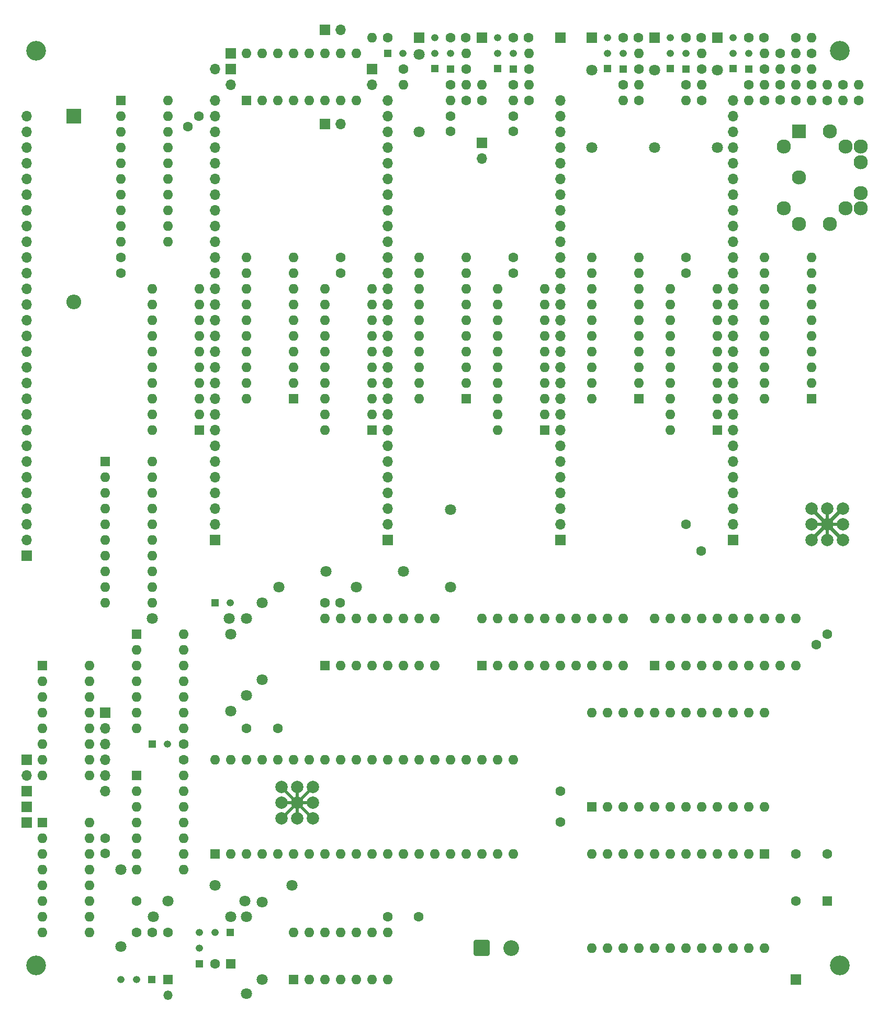
<source format=gbr>
%TF.GenerationSoftware,KiCad,Pcbnew,5.1.10*%
%TF.CreationDate,2022-02-01T20:50:29+01:00*%
%TF.ProjectId,Videoerweiterung,56696465-6f65-4727-9765-69746572756e,3*%
%TF.SameCoordinates,Original*%
%TF.FileFunction,Soldermask,Bot*%
%TF.FilePolarity,Negative*%
%FSLAX46Y46*%
G04 Gerber Fmt 4.6, Leading zero omitted, Abs format (unit mm)*
G04 Created by KiCad (PCBNEW 5.1.10) date 2022-02-01 20:50:29*
%MOMM*%
%LPD*%
G01*
G04 APERTURE LIST*
%ADD10C,2.550000*%
%ADD11R,3.500000X0.500000*%
%ADD12R,0.500000X3.500000*%
%ADD13C,0.100000*%
%ADD14C,2.000000*%
%ADD15C,1.600000*%
%ADD16R,1.600000X1.600000*%
%ADD17C,2.300000*%
%ADD18R,2.300000X2.300000*%
%ADD19O,1.200000X1.200000*%
%ADD20R,1.200000X1.200000*%
%ADD21C,1.800000*%
%ADD22R,1.700000X1.700000*%
%ADD23C,3.200000*%
%ADD24O,1.600000X1.600000*%
%ADD25O,1.700000X1.700000*%
%ADD26O,1.500000X1.500000*%
%ADD27R,1.500000X1.500000*%
%ADD28O,2.400000X2.400000*%
%ADD29R,2.400000X2.400000*%
G04 APERTURE END LIST*
D10*
%TO.C,X206*%
X126720000Y-200660000D03*
G36*
G01*
X120645000Y-201685001D02*
X120645000Y-199634999D01*
G75*
G02*
X120894999Y-199385000I249999J0D01*
G01*
X122945001Y-199385000D01*
G75*
G02*
X123195000Y-199634999I0J-249999D01*
G01*
X123195000Y-201685001D01*
G75*
G02*
X122945001Y-201935000I-249999J0D01*
G01*
X120894999Y-201935000D01*
G75*
G02*
X120645000Y-201685001I0J249999D01*
G01*
G37*
%TD*%
D11*
%TO.C,LOGO2*%
X177800000Y-132080000D03*
D12*
X177800000Y-132080000D03*
D13*
G36*
X176032233Y-129958680D02*
G01*
X179921320Y-133847767D01*
X179567767Y-134201320D01*
X175678680Y-130312233D01*
X176032233Y-129958680D01*
G37*
D14*
X177800000Y-132080000D03*
D13*
G36*
X175678680Y-133847767D02*
G01*
X179567767Y-129958680D01*
X179921320Y-130312233D01*
X176032233Y-134201320D01*
X175678680Y-133847767D01*
G37*
D14*
X175260000Y-134620000D03*
X177800000Y-134620000D03*
X180340000Y-134620000D03*
X180340000Y-132080000D03*
X180340000Y-129540000D03*
X177800000Y-129540000D03*
X175260000Y-129540000D03*
X175260000Y-132080000D03*
%TD*%
D11*
%TO.C,LOGO2*%
X92075000Y-177165000D03*
D12*
X92075000Y-177165000D03*
D13*
G36*
X90307233Y-175043680D02*
G01*
X94196320Y-178932767D01*
X93842767Y-179286320D01*
X89953680Y-175397233D01*
X90307233Y-175043680D01*
G37*
D14*
X92075000Y-177165000D03*
D13*
G36*
X89953680Y-178932767D02*
G01*
X93842767Y-175043680D01*
X94196320Y-175397233D01*
X90307233Y-179286320D01*
X89953680Y-178932767D01*
G37*
D14*
X89535000Y-179705000D03*
X92075000Y-179705000D03*
X94615000Y-179705000D03*
X94615000Y-177165000D03*
X94615000Y-174625000D03*
X92075000Y-174625000D03*
X89535000Y-174625000D03*
X89535000Y-177165000D03*
%TD*%
D15*
%TO.C,C23*%
X172800000Y-193040000D03*
D16*
X177800000Y-193040000D03*
%TD*%
D17*
%TO.C,X401*%
X180800000Y-81000000D03*
X180800000Y-71000000D03*
X183300000Y-71000000D03*
X183300000Y-81000000D03*
D18*
X173300000Y-68500000D03*
D17*
X170800000Y-71000000D03*
X173300000Y-76000000D03*
X170800000Y-81000000D03*
X173300000Y-83500000D03*
X183300000Y-73500000D03*
X183300000Y-78500000D03*
X178300000Y-68500000D03*
X178300000Y-83500000D03*
%TD*%
D19*
%TO.C,VT404*%
X162560000Y-53380000D03*
D20*
X162560000Y-58380000D03*
D19*
X162560000Y-55880000D03*
%TD*%
%TO.C,VT403*%
X152400000Y-53380000D03*
D20*
X152400000Y-58380000D03*
D19*
X152400000Y-55880000D03*
%TD*%
%TO.C,VT402*%
X142240000Y-53380000D03*
D20*
X142240000Y-58380000D03*
D19*
X142240000Y-55880000D03*
%TD*%
%TO.C,VT401*%
X124460000Y-53380000D03*
D20*
X124460000Y-58380000D03*
D19*
X124460000Y-55880000D03*
%TD*%
%TO.C,VT400*%
X114300000Y-53380000D03*
D20*
X114300000Y-58380000D03*
D19*
X114300000Y-55880000D03*
%TD*%
%TO.C,VT201*%
X63540000Y-205740000D03*
D20*
X68540000Y-205740000D03*
D19*
X66040000Y-205740000D03*
%TD*%
%TO.C,VT200*%
X76260000Y-198120000D03*
D20*
X81260000Y-198120000D03*
D19*
X78760000Y-198120000D03*
%TD*%
%TO.C,VD203*%
X81240000Y-144780000D03*
D20*
X78740000Y-144780000D03*
%TD*%
D21*
%TO.C,R212*%
X81080000Y-147320000D03*
X68580000Y-147320000D03*
%TD*%
D22*
%TO.C,TP201*%
X172720000Y-205740000D03*
%TD*%
D23*
%TO.C,H3*%
X179860000Y-55480000D03*
%TD*%
D22*
%TO.C,X205*%
X48260000Y-180340000D03*
%TD*%
D24*
%TO.C,R409*%
X175260000Y-58420000D03*
D15*
X175260000Y-55880000D03*
%TD*%
D24*
%TO.C,R408*%
X175260000Y-53340000D03*
D15*
X172720000Y-53340000D03*
%TD*%
D24*
%TO.C,R407*%
X172720000Y-55880000D03*
D15*
X172720000Y-58420000D03*
%TD*%
D24*
%TO.C,R406*%
X170180000Y-58420000D03*
D15*
X170180000Y-55880000D03*
%TD*%
D24*
%TO.C,R405*%
X182880000Y-60960000D03*
D15*
X182880000Y-63500000D03*
%TD*%
D24*
%TO.C,R404*%
X180340000Y-63500000D03*
D15*
X180340000Y-60960000D03*
%TD*%
D24*
%TO.C,R403*%
X175260000Y-63500000D03*
D15*
X175260000Y-60960000D03*
%TD*%
D24*
%TO.C,R402*%
X177800000Y-60960000D03*
D15*
X177800000Y-63500000D03*
%TD*%
D24*
%TO.C,R401*%
X172720000Y-60960000D03*
D15*
X172720000Y-63500000D03*
%TD*%
D22*
%TO.C,TP404*%
X160020000Y-53340000D03*
%TD*%
%TO.C,TP403*%
X149860000Y-53340000D03*
%TD*%
%TO.C,TP402*%
X139700000Y-53340000D03*
%TD*%
%TO.C,TP401*%
X121920000Y-53340000D03*
%TD*%
%TO.C,TP400*%
X111760000Y-53340000D03*
%TD*%
D24*
%TO.C,R501*%
X109220000Y-60960000D03*
D15*
X109220000Y-58420000D03*
%TD*%
D25*
%TO.C,JP507*%
X99060000Y-52070000D03*
D22*
X96520000Y-52070000D03*
%TD*%
D25*
%TO.C,JP506*%
X122000000Y-72940000D03*
D22*
X122000000Y-70400000D03*
%TD*%
D25*
%TO.C,JP505*%
X104140000Y-60960000D03*
D22*
X104140000Y-58420000D03*
%TD*%
D25*
%TO.C,JP504*%
X81280000Y-60960000D03*
D22*
X81280000Y-58420000D03*
%TD*%
D25*
%TO.C,JP503*%
X78740000Y-58420000D03*
D22*
X81280000Y-58420000D03*
%TD*%
D25*
%TO.C,JP502*%
X99060000Y-67310000D03*
D22*
X96520000Y-67310000D03*
%TD*%
D25*
%TO.C,JP501*%
X81280000Y-58420000D03*
D22*
X81280000Y-55880000D03*
%TD*%
D26*
%TO.C,VD201*%
X71120000Y-208280000D03*
D27*
X71120000Y-205740000D03*
%TD*%
D15*
%TO.C,C18*%
X111680000Y-195580000D03*
X106680000Y-195580000D03*
%TD*%
%TO.C,C24*%
X68620000Y-198120000D03*
X71120000Y-198120000D03*
%TD*%
D25*
%TO.C,X202*%
X48260000Y-172720000D03*
D22*
X48260000Y-175260000D03*
%TD*%
D15*
%TO.C,C22*%
X172800000Y-185420000D03*
X177800000Y-185420000D03*
%TD*%
%TO.C,C20*%
X176032233Y-151627767D03*
X177800000Y-149860000D03*
%TD*%
%TO.C,C19*%
X157440000Y-136410127D03*
X154940000Y-132080000D03*
%TD*%
%TO.C,C17*%
X60960000Y-185380000D03*
X60960000Y-182880000D03*
%TD*%
%TO.C,C15*%
X73660000Y-167680000D03*
X73660000Y-170180000D03*
%TD*%
%TO.C,C14*%
X99020000Y-144780000D03*
X96520000Y-144780000D03*
%TD*%
%TO.C,C13*%
X154940000Y-88940000D03*
X154940000Y-91440000D03*
%TD*%
%TO.C,C12*%
X127000000Y-68540000D03*
X127000000Y-66040000D03*
%TD*%
%TO.C,C10*%
X127000000Y-88940000D03*
X127000000Y-91440000D03*
%TD*%
%TO.C,C9*%
X63500000Y-88940000D03*
X63500000Y-91440000D03*
%TD*%
%TO.C,C8*%
X116840000Y-68540000D03*
X116840000Y-66040000D03*
%TD*%
%TO.C,C7*%
X99060000Y-88940000D03*
X99060000Y-91440000D03*
%TD*%
%TO.C,C5*%
X170180000Y-63460000D03*
X170180000Y-60960000D03*
%TD*%
%TO.C,C4*%
X74392233Y-67807767D03*
X76160000Y-66040000D03*
%TD*%
%TO.C,C3*%
X134620000Y-180260000D03*
X134620000Y-175260000D03*
%TD*%
D28*
%TO.C,C2*%
X55880000Y-96120000D03*
D29*
X55880000Y-66040000D03*
%TD*%
D22*
%TO.C,X405*%
X134620000Y-53340000D03*
%TD*%
D15*
%TO.C,C202*%
X83900000Y-165100000D03*
X88900000Y-165100000D03*
%TD*%
D24*
%TO.C,R20*%
X121920000Y-60960000D03*
D15*
X121920000Y-63500000D03*
%TD*%
D19*
%TO.C,VD405*%
X165100000Y-55920000D03*
D20*
X165100000Y-58420000D03*
%TD*%
D19*
%TO.C,VD404*%
X154940000Y-55920000D03*
D20*
X154940000Y-58420000D03*
%TD*%
D19*
%TO.C,VD403*%
X144780000Y-55920000D03*
D20*
X144780000Y-58420000D03*
%TD*%
D19*
%TO.C,VD402*%
X127000000Y-55920000D03*
D20*
X127000000Y-58420000D03*
%TD*%
D19*
%TO.C,VD401*%
X116840000Y-55920000D03*
D20*
X116840000Y-58420000D03*
%TD*%
D19*
%TO.C,VD400*%
X109180000Y-55880000D03*
D20*
X106680000Y-55880000D03*
%TD*%
D19*
%TO.C,VD202*%
X71080000Y-167640000D03*
D20*
X68580000Y-167640000D03*
%TD*%
D19*
%TO.C,VD200*%
X76200000Y-200700000D03*
D20*
X76200000Y-203200000D03*
%TD*%
D24*
%TO.C,D21*%
X58420000Y-180340000D03*
X50800000Y-198120000D03*
X58420000Y-182880000D03*
X50800000Y-195580000D03*
X58420000Y-185420000D03*
X50800000Y-193040000D03*
X58420000Y-187960000D03*
X50800000Y-190500000D03*
X58420000Y-190500000D03*
X50800000Y-187960000D03*
X58420000Y-193040000D03*
X50800000Y-185420000D03*
X58420000Y-195580000D03*
X50800000Y-182880000D03*
X58420000Y-198120000D03*
D16*
X50800000Y-180340000D03*
%TD*%
D24*
%TO.C,D20*%
X58420000Y-154940000D03*
X50800000Y-172720000D03*
X58420000Y-157480000D03*
X50800000Y-170180000D03*
X58420000Y-160020000D03*
X50800000Y-167640000D03*
X58420000Y-162560000D03*
X50800000Y-165100000D03*
X58420000Y-165100000D03*
X50800000Y-162560000D03*
X58420000Y-167640000D03*
X50800000Y-160020000D03*
X58420000Y-170180000D03*
X50800000Y-157480000D03*
X58420000Y-172720000D03*
D16*
X50800000Y-154940000D03*
%TD*%
D24*
%TO.C,D19*%
X73660000Y-172720000D03*
X66040000Y-187960000D03*
X73660000Y-175260000D03*
X66040000Y-185420000D03*
X73660000Y-177800000D03*
X66040000Y-182880000D03*
X73660000Y-180340000D03*
X66040000Y-180340000D03*
X73660000Y-182880000D03*
X66040000Y-177800000D03*
X73660000Y-185420000D03*
X66040000Y-175260000D03*
X73660000Y-187960000D03*
D16*
X66040000Y-172720000D03*
%TD*%
D24*
%TO.C,D18*%
X73660000Y-149860000D03*
X66040000Y-165100000D03*
X73660000Y-152400000D03*
X66040000Y-162560000D03*
X73660000Y-154940000D03*
X66040000Y-160020000D03*
X73660000Y-157480000D03*
X66040000Y-157480000D03*
X73660000Y-160020000D03*
X66040000Y-154940000D03*
X73660000Y-162560000D03*
X66040000Y-152400000D03*
X73660000Y-165100000D03*
D16*
X66040000Y-149860000D03*
%TD*%
D24*
%TO.C,D17*%
X68580000Y-121920000D03*
X60960000Y-144780000D03*
X68580000Y-124460000D03*
X60960000Y-142240000D03*
X68580000Y-127000000D03*
X60960000Y-139700000D03*
X68580000Y-129540000D03*
X60960000Y-137160000D03*
X68580000Y-132080000D03*
X60960000Y-134620000D03*
X68580000Y-134620000D03*
X60960000Y-132080000D03*
X68580000Y-137160000D03*
X60960000Y-129540000D03*
X68580000Y-139700000D03*
X60960000Y-127000000D03*
X68580000Y-142240000D03*
X60960000Y-124460000D03*
X68580000Y-144780000D03*
D16*
X60960000Y-121920000D03*
%TD*%
D24*
%TO.C,D16*%
X68580000Y-116840000D03*
X76200000Y-93980000D03*
X68580000Y-114300000D03*
X76200000Y-96520000D03*
X68580000Y-111760000D03*
X76200000Y-99060000D03*
X68580000Y-109220000D03*
X76200000Y-101600000D03*
X68580000Y-106680000D03*
X76200000Y-104140000D03*
X68580000Y-104140000D03*
X76200000Y-106680000D03*
X68580000Y-101600000D03*
X76200000Y-109220000D03*
X68580000Y-99060000D03*
X76200000Y-111760000D03*
X68580000Y-96520000D03*
X76200000Y-114300000D03*
X68580000Y-93980000D03*
D16*
X76200000Y-116840000D03*
%TD*%
D24*
%TO.C,D15*%
X71120000Y-63500000D03*
X63500000Y-86360000D03*
X71120000Y-66040000D03*
X63500000Y-83820000D03*
X71120000Y-68580000D03*
X63500000Y-81280000D03*
X71120000Y-71120000D03*
X63500000Y-78740000D03*
X71120000Y-73660000D03*
X63500000Y-76200000D03*
X71120000Y-76200000D03*
X63500000Y-73660000D03*
X71120000Y-78740000D03*
X63500000Y-71120000D03*
X71120000Y-81280000D03*
X63500000Y-68580000D03*
X71120000Y-83820000D03*
X63500000Y-66040000D03*
X71120000Y-86360000D03*
D16*
X63500000Y-63500000D03*
%TD*%
D24*
%TO.C,D14*%
X91440000Y-198120000D03*
X106680000Y-205740000D03*
X93980000Y-198120000D03*
X104140000Y-205740000D03*
X96520000Y-198120000D03*
X101600000Y-205740000D03*
X99060000Y-198120000D03*
X99060000Y-205740000D03*
X101600000Y-198120000D03*
X96520000Y-205740000D03*
X104140000Y-198120000D03*
X93980000Y-205740000D03*
X106680000Y-198120000D03*
D16*
X91440000Y-205740000D03*
%TD*%
D24*
%TO.C,D13*%
X78740000Y-170180000D03*
X127000000Y-185420000D03*
X81280000Y-170180000D03*
X124460000Y-185420000D03*
X83820000Y-170180000D03*
X121920000Y-185420000D03*
X86360000Y-170180000D03*
X119380000Y-185420000D03*
X88900000Y-170180000D03*
X116840000Y-185420000D03*
X91440000Y-170180000D03*
X114300000Y-185420000D03*
X93980000Y-170180000D03*
X111760000Y-185420000D03*
X96520000Y-170180000D03*
X109220000Y-185420000D03*
X99060000Y-170180000D03*
X106680000Y-185420000D03*
X101600000Y-170180000D03*
X104140000Y-185420000D03*
X104140000Y-170180000D03*
X101600000Y-185420000D03*
X106680000Y-170180000D03*
X99060000Y-185420000D03*
X109220000Y-170180000D03*
X96520000Y-185420000D03*
X111760000Y-170180000D03*
X93980000Y-185420000D03*
X114300000Y-170180000D03*
X91440000Y-185420000D03*
X116840000Y-170180000D03*
X88900000Y-185420000D03*
X119380000Y-170180000D03*
X86360000Y-185420000D03*
X121920000Y-170180000D03*
X83820000Y-185420000D03*
X124460000Y-170180000D03*
X81280000Y-185420000D03*
X127000000Y-170180000D03*
D16*
X78740000Y-185420000D03*
%TD*%
D24*
%TO.C,D12*%
X83820000Y-111760000D03*
X91440000Y-88900000D03*
X83820000Y-109220000D03*
X91440000Y-91440000D03*
X83820000Y-106680000D03*
X91440000Y-93980000D03*
X83820000Y-104140000D03*
X91440000Y-96520000D03*
X83820000Y-101600000D03*
X91440000Y-99060000D03*
X83820000Y-99060000D03*
X91440000Y-101600000D03*
X83820000Y-96520000D03*
X91440000Y-104140000D03*
X83820000Y-93980000D03*
X91440000Y-106680000D03*
X83820000Y-91440000D03*
X91440000Y-109220000D03*
X83820000Y-88900000D03*
D16*
X91440000Y-111760000D03*
%TD*%
D24*
%TO.C,D11*%
X96520000Y-116840000D03*
X104140000Y-93980000D03*
X96520000Y-114300000D03*
X104140000Y-96520000D03*
X96520000Y-111760000D03*
X104140000Y-99060000D03*
X96520000Y-109220000D03*
X104140000Y-101600000D03*
X96520000Y-106680000D03*
X104140000Y-104140000D03*
X96520000Y-104140000D03*
X104140000Y-106680000D03*
X96520000Y-101600000D03*
X104140000Y-109220000D03*
X96520000Y-99060000D03*
X104140000Y-111760000D03*
X96520000Y-96520000D03*
X104140000Y-114300000D03*
X96520000Y-93980000D03*
D16*
X104140000Y-116840000D03*
%TD*%
D24*
%TO.C,D10*%
X96520000Y-147320000D03*
X114300000Y-154940000D03*
X99060000Y-147320000D03*
X111760000Y-154940000D03*
X101600000Y-147320000D03*
X109220000Y-154940000D03*
X104140000Y-147320000D03*
X106680000Y-154940000D03*
X106680000Y-147320000D03*
X104140000Y-154940000D03*
X109220000Y-147320000D03*
X101600000Y-154940000D03*
X111760000Y-147320000D03*
X99060000Y-154940000D03*
X114300000Y-147320000D03*
D16*
X96520000Y-154940000D03*
%TD*%
D24*
%TO.C,D9*%
X111760000Y-111760000D03*
X119380000Y-88900000D03*
X111760000Y-109220000D03*
X119380000Y-91440000D03*
X111760000Y-106680000D03*
X119380000Y-93980000D03*
X111760000Y-104140000D03*
X119380000Y-96520000D03*
X111760000Y-101600000D03*
X119380000Y-99060000D03*
X111760000Y-99060000D03*
X119380000Y-101600000D03*
X111760000Y-96520000D03*
X119380000Y-104140000D03*
X111760000Y-93980000D03*
X119380000Y-106680000D03*
X111760000Y-91440000D03*
X119380000Y-109220000D03*
X111760000Y-88900000D03*
D16*
X119380000Y-111760000D03*
%TD*%
D24*
%TO.C,D8*%
X121920000Y-147320000D03*
X144780000Y-154940000D03*
X124460000Y-147320000D03*
X142240000Y-154940000D03*
X127000000Y-147320000D03*
X139700000Y-154940000D03*
X129540000Y-147320000D03*
X137160000Y-154940000D03*
X132080000Y-147320000D03*
X134620000Y-154940000D03*
X134620000Y-147320000D03*
X132080000Y-154940000D03*
X137160000Y-147320000D03*
X129540000Y-154940000D03*
X139700000Y-147320000D03*
X127000000Y-154940000D03*
X142240000Y-147320000D03*
X124460000Y-154940000D03*
X144780000Y-147320000D03*
D16*
X121920000Y-154940000D03*
%TD*%
D24*
%TO.C,D7*%
X124460000Y-116840000D03*
X132080000Y-93980000D03*
X124460000Y-114300000D03*
X132080000Y-96520000D03*
X124460000Y-111760000D03*
X132080000Y-99060000D03*
X124460000Y-109220000D03*
X132080000Y-101600000D03*
X124460000Y-106680000D03*
X132080000Y-104140000D03*
X124460000Y-104140000D03*
X132080000Y-106680000D03*
X124460000Y-101600000D03*
X132080000Y-109220000D03*
X124460000Y-99060000D03*
X132080000Y-111760000D03*
X124460000Y-96520000D03*
X132080000Y-114300000D03*
X124460000Y-93980000D03*
D16*
X132080000Y-116840000D03*
%TD*%
D24*
%TO.C,D6*%
X167640000Y-200660000D03*
X139700000Y-185420000D03*
X165100000Y-200660000D03*
X142240000Y-185420000D03*
X162560000Y-200660000D03*
X144780000Y-185420000D03*
X160020000Y-200660000D03*
X147320000Y-185420000D03*
X157480000Y-200660000D03*
X149860000Y-185420000D03*
X154940000Y-200660000D03*
X152400000Y-185420000D03*
X152400000Y-200660000D03*
X154940000Y-185420000D03*
X149860000Y-200660000D03*
X157480000Y-185420000D03*
X147320000Y-200660000D03*
X160020000Y-185420000D03*
X144780000Y-200660000D03*
X162560000Y-185420000D03*
X142240000Y-200660000D03*
X165100000Y-185420000D03*
X139700000Y-200660000D03*
D16*
X167640000Y-185420000D03*
%TD*%
D24*
%TO.C,D5*%
X139700000Y-162560000D03*
X167640000Y-177800000D03*
X142240000Y-162560000D03*
X165100000Y-177800000D03*
X144780000Y-162560000D03*
X162560000Y-177800000D03*
X147320000Y-162560000D03*
X160020000Y-177800000D03*
X149860000Y-162560000D03*
X157480000Y-177800000D03*
X152400000Y-162560000D03*
X154940000Y-177800000D03*
X154940000Y-162560000D03*
X152400000Y-177800000D03*
X157480000Y-162560000D03*
X149860000Y-177800000D03*
X160020000Y-162560000D03*
X147320000Y-177800000D03*
X162560000Y-162560000D03*
X144780000Y-177800000D03*
X165100000Y-162560000D03*
X142240000Y-177800000D03*
X167640000Y-162560000D03*
D16*
X139700000Y-177800000D03*
%TD*%
D24*
%TO.C,D4*%
X139700000Y-111760000D03*
X147320000Y-88900000D03*
X139700000Y-109220000D03*
X147320000Y-91440000D03*
X139700000Y-106680000D03*
X147320000Y-93980000D03*
X139700000Y-104140000D03*
X147320000Y-96520000D03*
X139700000Y-101600000D03*
X147320000Y-99060000D03*
X139700000Y-99060000D03*
X147320000Y-101600000D03*
X139700000Y-96520000D03*
X147320000Y-104140000D03*
X139700000Y-93980000D03*
X147320000Y-106680000D03*
X139700000Y-91440000D03*
X147320000Y-109220000D03*
X139700000Y-88900000D03*
D16*
X147320000Y-111760000D03*
%TD*%
D24*
%TO.C,D3*%
X152400000Y-116840000D03*
X160020000Y-93980000D03*
X152400000Y-114300000D03*
X160020000Y-96520000D03*
X152400000Y-111760000D03*
X160020000Y-99060000D03*
X152400000Y-109220000D03*
X160020000Y-101600000D03*
X152400000Y-106680000D03*
X160020000Y-104140000D03*
X152400000Y-104140000D03*
X160020000Y-106680000D03*
X152400000Y-101600000D03*
X160020000Y-109220000D03*
X152400000Y-99060000D03*
X160020000Y-111760000D03*
X152400000Y-96520000D03*
X160020000Y-114300000D03*
X152400000Y-93980000D03*
D16*
X160020000Y-116840000D03*
%TD*%
D24*
%TO.C,D2*%
X149860000Y-147320000D03*
X172720000Y-154940000D03*
X152400000Y-147320000D03*
X170180000Y-154940000D03*
X154940000Y-147320000D03*
X167640000Y-154940000D03*
X157480000Y-147320000D03*
X165100000Y-154940000D03*
X160020000Y-147320000D03*
X162560000Y-154940000D03*
X162560000Y-147320000D03*
X160020000Y-154940000D03*
X165100000Y-147320000D03*
X157480000Y-154940000D03*
X167640000Y-147320000D03*
X154940000Y-154940000D03*
X170180000Y-147320000D03*
X152400000Y-154940000D03*
X172720000Y-147320000D03*
D16*
X149860000Y-154940000D03*
%TD*%
D24*
%TO.C,D1*%
X167640000Y-111760000D03*
X175260000Y-88900000D03*
X167640000Y-109220000D03*
X175260000Y-91440000D03*
X167640000Y-106680000D03*
X175260000Y-93980000D03*
X167640000Y-104140000D03*
X175260000Y-96520000D03*
X167640000Y-101600000D03*
X175260000Y-99060000D03*
X167640000Y-99060000D03*
X175260000Y-101600000D03*
X167640000Y-96520000D03*
X175260000Y-104140000D03*
X167640000Y-93980000D03*
X175260000Y-106680000D03*
X167640000Y-91440000D03*
X175260000Y-109220000D03*
X167640000Y-88900000D03*
D16*
X175260000Y-111760000D03*
%TD*%
D24*
%TO.C,D0*%
X83820000Y-55880000D03*
X101600000Y-63500000D03*
X86360000Y-55880000D03*
X99060000Y-63500000D03*
X88900000Y-55880000D03*
X96520000Y-63500000D03*
X91440000Y-55880000D03*
X93980000Y-63500000D03*
X93980000Y-55880000D03*
X91440000Y-63500000D03*
X96520000Y-55880000D03*
X88900000Y-63500000D03*
X99060000Y-55880000D03*
X86360000Y-63500000D03*
X101600000Y-55880000D03*
D16*
X83820000Y-63500000D03*
%TD*%
D23*
%TO.C,H4*%
X179860000Y-203480000D03*
%TD*%
%TO.C,H2*%
X49860000Y-203480000D03*
%TD*%
%TO.C,H1*%
X49860000Y-55480000D03*
%TD*%
D21*
%TO.C,R211*%
X116840000Y-129740000D03*
X116840000Y-142240000D03*
%TD*%
%TO.C,R210*%
X83820000Y-159820000D03*
X83820000Y-147320000D03*
%TD*%
%TO.C,R209*%
X86360000Y-157280000D03*
X86360000Y-144780000D03*
%TD*%
%TO.C,R208*%
X89100000Y-142240000D03*
X101600000Y-142240000D03*
%TD*%
%TO.C,R207*%
X96720000Y-139700000D03*
X109220000Y-139700000D03*
%TD*%
%TO.C,R206*%
X81280000Y-162360000D03*
X81280000Y-149860000D03*
%TD*%
%TO.C,R205*%
X91240000Y-190500000D03*
X78740000Y-190500000D03*
%TD*%
%TO.C,R204*%
X63500000Y-187960000D03*
X63500000Y-200460000D03*
%TD*%
%TO.C,R203*%
X86360000Y-193240000D03*
X86360000Y-205740000D03*
%TD*%
%TO.C,R202*%
X83820000Y-208080000D03*
X83820000Y-195580000D03*
%TD*%
%TO.C,R201*%
X83620000Y-193040000D03*
X71120000Y-193040000D03*
%TD*%
%TO.C,R200*%
X68780000Y-195580000D03*
X81280000Y-195580000D03*
%TD*%
%TO.C,R25*%
X111760000Y-56080000D03*
X111760000Y-68580000D03*
%TD*%
%TO.C,R15*%
X139700000Y-58620000D03*
X139700000Y-71120000D03*
%TD*%
%TO.C,R10*%
X149860000Y-58620000D03*
X149860000Y-71120000D03*
%TD*%
%TO.C,R5*%
X160020000Y-58620000D03*
X160020000Y-71120000D03*
%TD*%
D25*
%TO.C,X303*%
X134620000Y-63500000D03*
X134620000Y-66040000D03*
X134620000Y-68580000D03*
X134620000Y-71120000D03*
X134620000Y-73660000D03*
X134620000Y-76200000D03*
X134620000Y-78740000D03*
X134620000Y-81280000D03*
X134620000Y-83820000D03*
X134620000Y-86360000D03*
X134620000Y-88900000D03*
X134620000Y-91440000D03*
X134620000Y-93980000D03*
X134620000Y-96520000D03*
X134620000Y-99060000D03*
X134620000Y-101600000D03*
X134620000Y-104140000D03*
X134620000Y-106680000D03*
X134620000Y-109220000D03*
X134620000Y-111760000D03*
X134620000Y-114300000D03*
X134620000Y-116840000D03*
X134620000Y-119380000D03*
X134620000Y-121920000D03*
X134620000Y-124460000D03*
X134620000Y-127000000D03*
X134620000Y-129540000D03*
X134620000Y-132080000D03*
D22*
X134620000Y-134620000D03*
%TD*%
D25*
%TO.C,X302*%
X106680000Y-63500000D03*
X106680000Y-66040000D03*
X106680000Y-68580000D03*
X106680000Y-71120000D03*
X106680000Y-73660000D03*
X106680000Y-76200000D03*
X106680000Y-78740000D03*
X106680000Y-81280000D03*
X106680000Y-83820000D03*
X106680000Y-86360000D03*
X106680000Y-88900000D03*
X106680000Y-91440000D03*
X106680000Y-93980000D03*
X106680000Y-96520000D03*
X106680000Y-99060000D03*
X106680000Y-101600000D03*
X106680000Y-104140000D03*
X106680000Y-106680000D03*
X106680000Y-109220000D03*
X106680000Y-111760000D03*
X106680000Y-114300000D03*
X106680000Y-116840000D03*
X106680000Y-119380000D03*
X106680000Y-121920000D03*
X106680000Y-124460000D03*
X106680000Y-127000000D03*
X106680000Y-129540000D03*
X106680000Y-132080000D03*
D22*
X106680000Y-134620000D03*
%TD*%
D25*
%TO.C,X301*%
X162560000Y-63500000D03*
X162560000Y-66040000D03*
X162560000Y-68580000D03*
X162560000Y-71120000D03*
X162560000Y-73660000D03*
X162560000Y-76200000D03*
X162560000Y-78740000D03*
X162560000Y-81280000D03*
X162560000Y-83820000D03*
X162560000Y-86360000D03*
X162560000Y-88900000D03*
X162560000Y-91440000D03*
X162560000Y-93980000D03*
X162560000Y-96520000D03*
X162560000Y-99060000D03*
X162560000Y-101600000D03*
X162560000Y-104140000D03*
X162560000Y-106680000D03*
X162560000Y-109220000D03*
X162560000Y-111760000D03*
X162560000Y-114300000D03*
X162560000Y-116840000D03*
X162560000Y-119380000D03*
X162560000Y-121920000D03*
X162560000Y-124460000D03*
X162560000Y-127000000D03*
X162560000Y-129540000D03*
X162560000Y-132080000D03*
D22*
X162560000Y-134620000D03*
%TD*%
D25*
%TO.C,X300*%
X78740000Y-63500000D03*
X78740000Y-66040000D03*
X78740000Y-68580000D03*
X78740000Y-71120000D03*
X78740000Y-73660000D03*
X78740000Y-76200000D03*
X78740000Y-78740000D03*
X78740000Y-81280000D03*
X78740000Y-83820000D03*
X78740000Y-86360000D03*
X78740000Y-88900000D03*
X78740000Y-91440000D03*
X78740000Y-93980000D03*
X78740000Y-96520000D03*
X78740000Y-99060000D03*
X78740000Y-101600000D03*
X78740000Y-104140000D03*
X78740000Y-106680000D03*
X78740000Y-109220000D03*
X78740000Y-111760000D03*
X78740000Y-114300000D03*
X78740000Y-116840000D03*
X78740000Y-119380000D03*
X78740000Y-121920000D03*
X78740000Y-124460000D03*
X78740000Y-127000000D03*
X78740000Y-129540000D03*
X78740000Y-132080000D03*
D22*
X78740000Y-134620000D03*
%TD*%
%TO.C,X204*%
X48260000Y-170180000D03*
%TD*%
D25*
%TO.C,X203*%
X60960000Y-175260000D03*
X60960000Y-172720000D03*
X60960000Y-170180000D03*
X60960000Y-167640000D03*
X60960000Y-165100000D03*
D22*
X60960000Y-162560000D03*
%TD*%
%TO.C,X201*%
X48260000Y-177800000D03*
%TD*%
D25*
%TO.C,X200*%
X48260000Y-66040000D03*
X48260000Y-68580000D03*
X48260000Y-71120000D03*
X48260000Y-73660000D03*
X48260000Y-76200000D03*
X48260000Y-78740000D03*
X48260000Y-81280000D03*
X48260000Y-83820000D03*
X48260000Y-86360000D03*
X48260000Y-88900000D03*
X48260000Y-91440000D03*
X48260000Y-93980000D03*
X48260000Y-96520000D03*
X48260000Y-99060000D03*
X48260000Y-101600000D03*
X48260000Y-104140000D03*
X48260000Y-106680000D03*
X48260000Y-109220000D03*
X48260000Y-111760000D03*
X48260000Y-114300000D03*
X48260000Y-116840000D03*
X48260000Y-119380000D03*
X48260000Y-121920000D03*
X48260000Y-124460000D03*
X48260000Y-127000000D03*
X48260000Y-129540000D03*
X48260000Y-132080000D03*
X48260000Y-134620000D03*
D22*
X48260000Y-137160000D03*
%TD*%
D24*
%TO.C,R26*%
X104140000Y-53340000D03*
D15*
X106680000Y-53340000D03*
%TD*%
D24*
%TO.C,R24*%
X116840000Y-63500000D03*
D15*
X116840000Y-60960000D03*
%TD*%
D24*
%TO.C,R23*%
X119380000Y-60960000D03*
D15*
X119380000Y-63500000D03*
%TD*%
D24*
%TO.C,R22*%
X119380000Y-55880000D03*
D15*
X119380000Y-58420000D03*
%TD*%
D24*
%TO.C,R19*%
X127000000Y-63500000D03*
D15*
X127000000Y-60960000D03*
%TD*%
D24*
%TO.C,R18*%
X129540000Y-60960000D03*
D15*
X129540000Y-63500000D03*
%TD*%
D24*
%TO.C,R17*%
X129540000Y-55880000D03*
D15*
X129540000Y-58420000D03*
%TD*%
D24*
%TO.C,R14*%
X144780000Y-63500000D03*
D15*
X144780000Y-60960000D03*
%TD*%
D24*
%TO.C,R13*%
X147320000Y-60960000D03*
D15*
X147320000Y-63500000D03*
%TD*%
D24*
%TO.C,R12*%
X147320000Y-55880000D03*
D15*
X147320000Y-58420000D03*
%TD*%
D24*
%TO.C,R9*%
X154940000Y-63500000D03*
D15*
X154940000Y-60960000D03*
%TD*%
D24*
%TO.C,R8*%
X157480000Y-60960000D03*
D15*
X157480000Y-63500000D03*
%TD*%
D24*
%TO.C,R7*%
X157480000Y-55880000D03*
D15*
X157480000Y-58420000D03*
%TD*%
D24*
%TO.C,R4*%
X165100000Y-63500000D03*
D15*
X165100000Y-60960000D03*
%TD*%
D24*
%TO.C,R3*%
X167640000Y-60960000D03*
D15*
X167640000Y-63500000D03*
%TD*%
D24*
%TO.C,R2*%
X167640000Y-55880000D03*
D15*
X167640000Y-58420000D03*
%TD*%
%TO.C,C201*%
X78780000Y-203200000D03*
D16*
X81280000Y-203200000D03*
%TD*%
D15*
%TO.C,C200*%
X66040000Y-193120000D03*
X66040000Y-198120000D03*
%TD*%
%TO.C,C21*%
X119340000Y-53340000D03*
X116840000Y-53340000D03*
%TD*%
%TO.C,C16*%
X129500000Y-53340000D03*
X127000000Y-53340000D03*
%TD*%
%TO.C,C11*%
X147280000Y-53340000D03*
X144780000Y-53340000D03*
%TD*%
%TO.C,C6*%
X157440000Y-53340000D03*
X154940000Y-53340000D03*
%TD*%
%TO.C,C1*%
X167600000Y-53340000D03*
X165100000Y-53340000D03*
%TD*%
M02*

</source>
